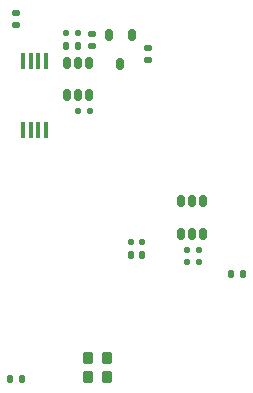
<source format=gtp>
G04*
G04 #@! TF.GenerationSoftware,Altium Limited,Altium Designer,20.0.13 (296)*
G04*
G04 Layer_Color=8421504*
%FSLAX25Y25*%
%MOIN*%
G70*
G01*
G75*
G04:AMPARAMS|DCode=14|XSize=21.65mil|YSize=21.65mil|CornerRadius=5.41mil|HoleSize=0mil|Usage=FLASHONLY|Rotation=180.000|XOffset=0mil|YOffset=0mil|HoleType=Round|Shape=RoundedRectangle|*
%AMROUNDEDRECTD14*
21,1,0.02165,0.01083,0,0,180.0*
21,1,0.01083,0.02165,0,0,180.0*
1,1,0.01083,-0.00541,0.00541*
1,1,0.01083,0.00541,0.00541*
1,1,0.01083,0.00541,-0.00541*
1,1,0.01083,-0.00541,-0.00541*
%
%ADD14ROUNDEDRECTD14*%
G04:AMPARAMS|DCode=15|XSize=25.59mil|YSize=21.65mil|CornerRadius=5.41mil|HoleSize=0mil|Usage=FLASHONLY|Rotation=270.000|XOffset=0mil|YOffset=0mil|HoleType=Round|Shape=RoundedRectangle|*
%AMROUNDEDRECTD15*
21,1,0.02559,0.01083,0,0,270.0*
21,1,0.01476,0.02165,0,0,270.0*
1,1,0.01083,-0.00541,-0.00738*
1,1,0.01083,-0.00541,0.00738*
1,1,0.01083,0.00541,0.00738*
1,1,0.01083,0.00541,-0.00738*
%
%ADD15ROUNDEDRECTD15*%
G04:AMPARAMS|DCode=16|XSize=21.65mil|YSize=21.65mil|CornerRadius=5.41mil|HoleSize=0mil|Usage=FLASHONLY|Rotation=270.000|XOffset=0mil|YOffset=0mil|HoleType=Round|Shape=RoundedRectangle|*
%AMROUNDEDRECTD16*
21,1,0.02165,0.01083,0,0,270.0*
21,1,0.01083,0.02165,0,0,270.0*
1,1,0.01083,-0.00541,-0.00541*
1,1,0.01083,-0.00541,0.00541*
1,1,0.01083,0.00541,0.00541*
1,1,0.01083,0.00541,-0.00541*
%
%ADD16ROUNDEDRECTD16*%
G04:AMPARAMS|DCode=17|XSize=25.59mil|YSize=37.4mil|CornerRadius=6.4mil|HoleSize=0mil|Usage=FLASHONLY|Rotation=0.000|XOffset=0mil|YOffset=0mil|HoleType=Round|Shape=RoundedRectangle|*
%AMROUNDEDRECTD17*
21,1,0.02559,0.02461,0,0,0.0*
21,1,0.01280,0.03740,0,0,0.0*
1,1,0.01280,0.00640,-0.01230*
1,1,0.01280,-0.00640,-0.01230*
1,1,0.01280,-0.00640,0.01230*
1,1,0.01280,0.00640,0.01230*
%
%ADD17ROUNDEDRECTD17*%
G04:AMPARAMS|DCode=18|XSize=23.62mil|YSize=41.34mil|CornerRadius=5.91mil|HoleSize=0mil|Usage=FLASHONLY|Rotation=180.000|XOffset=0mil|YOffset=0mil|HoleType=Round|Shape=RoundedRectangle|*
%AMROUNDEDRECTD18*
21,1,0.02362,0.02953,0,0,180.0*
21,1,0.01181,0.04134,0,0,180.0*
1,1,0.01181,-0.00591,0.01476*
1,1,0.01181,0.00591,0.01476*
1,1,0.01181,0.00591,-0.01476*
1,1,0.01181,-0.00591,-0.01476*
%
%ADD18ROUNDEDRECTD18*%
G04:AMPARAMS|DCode=19|XSize=35.43mil|YSize=39.37mil|CornerRadius=8.86mil|HoleSize=0mil|Usage=FLASHONLY|Rotation=180.000|XOffset=0mil|YOffset=0mil|HoleType=Round|Shape=RoundedRectangle|*
%AMROUNDEDRECTD19*
21,1,0.03543,0.02165,0,0,180.0*
21,1,0.01772,0.03937,0,0,180.0*
1,1,0.01772,-0.00886,0.01083*
1,1,0.01772,0.00886,0.01083*
1,1,0.01772,0.00886,-0.01083*
1,1,0.01772,-0.00886,-0.01083*
%
%ADD19ROUNDEDRECTD19*%
G04:AMPARAMS|DCode=20|XSize=25.59mil|YSize=21.65mil|CornerRadius=5.41mil|HoleSize=0mil|Usage=FLASHONLY|Rotation=180.000|XOffset=0mil|YOffset=0mil|HoleType=Round|Shape=RoundedRectangle|*
%AMROUNDEDRECTD20*
21,1,0.02559,0.01083,0,0,180.0*
21,1,0.01476,0.02165,0,0,180.0*
1,1,0.01083,-0.00738,0.00541*
1,1,0.01083,0.00738,0.00541*
1,1,0.01083,0.00738,-0.00541*
1,1,0.01083,-0.00738,-0.00541*
%
%ADD20ROUNDEDRECTD20*%
%ADD21O,0.01575X0.05512*%
G04:AMPARAMS|DCode=22|XSize=25.59mil|YSize=39.37mil|CornerRadius=6.4mil|HoleSize=0mil|Usage=FLASHONLY|Rotation=0.000|XOffset=0mil|YOffset=0mil|HoleType=Round|Shape=RoundedRectangle|*
%AMROUNDEDRECTD22*
21,1,0.02559,0.02657,0,0,0.0*
21,1,0.01280,0.03937,0,0,0.0*
1,1,0.01280,0.00640,-0.01329*
1,1,0.01280,-0.00640,-0.01329*
1,1,0.01280,-0.00640,0.01329*
1,1,0.01280,0.00640,0.01329*
%
%ADD22ROUNDEDRECTD22*%
D14*
X45472Y-10827D02*
D03*
Y-14764D02*
D03*
X49409Y-14764D02*
D03*
Y-10827D02*
D03*
D15*
X30709Y-12598D02*
D03*
X26772D02*
D03*
X9252Y57284D02*
D03*
X5315D02*
D03*
X-9449Y-53937D02*
D03*
X-13386D02*
D03*
X60236Y-18898D02*
D03*
X64173Y-18898D02*
D03*
D16*
X26772Y-8268D02*
D03*
X30709D02*
D03*
X5315Y61614D02*
D03*
X9252D02*
D03*
X9154Y35630D02*
D03*
X13091D02*
D03*
D17*
X50984Y5413D02*
D03*
X47244D02*
D03*
X43504D02*
D03*
Y-5413D02*
D03*
X47244D02*
D03*
X50984D02*
D03*
D18*
X5413Y40846D02*
D03*
X9154D02*
D03*
X12894D02*
D03*
Y51673D02*
D03*
X9154D02*
D03*
X5413D02*
D03*
D19*
X12598Y-46850D02*
D03*
Y-53150D02*
D03*
X18898Y-46850D02*
D03*
Y-53150D02*
D03*
D20*
X-11319Y64173D02*
D03*
Y68110D02*
D03*
X32677Y56595D02*
D03*
Y52658D02*
D03*
X13976Y61221D02*
D03*
Y57284D02*
D03*
D21*
X-1476Y52362D02*
D03*
X-4035D02*
D03*
X-6594D02*
D03*
X-9154D02*
D03*
X-1476Y29134D02*
D03*
X-4035D02*
D03*
X-6594D02*
D03*
X-9154D02*
D03*
D22*
X23327Y51279D02*
D03*
X19587Y60728D02*
D03*
X27067D02*
D03*
M02*

</source>
